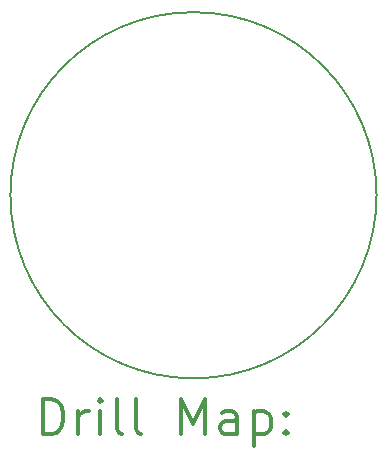
<source format=gbr>
%FSLAX45Y45*%
G04 Gerber Fmt 4.5, Leading zero omitted, Abs format (unit mm)*
G04 Created by KiCad (PCBNEW 5.1.6-c6e7f7d~87~ubuntu20.04.1) date 2020-09-03 11:24:02*
%MOMM*%
%LPD*%
G01*
G04 APERTURE LIST*
%TA.AperFunction,Profile*%
%ADD10C,0.200000*%
%TD*%
%ADD11C,0.200000*%
%ADD12C,0.300000*%
G04 APERTURE END LIST*
D10*
X11000000Y-5250000D02*
G75*
G03*
X11000000Y-5250000I-1550000J0D01*
G01*
D11*
D12*
X8176428Y-7275714D02*
X8176428Y-6975714D01*
X8247857Y-6975714D01*
X8290714Y-6990000D01*
X8319286Y-7018571D01*
X8333571Y-7047143D01*
X8347857Y-7104286D01*
X8347857Y-7147143D01*
X8333571Y-7204286D01*
X8319286Y-7232857D01*
X8290714Y-7261429D01*
X8247857Y-7275714D01*
X8176428Y-7275714D01*
X8476428Y-7275714D02*
X8476428Y-7075714D01*
X8476428Y-7132857D02*
X8490714Y-7104286D01*
X8505000Y-7090000D01*
X8533571Y-7075714D01*
X8562143Y-7075714D01*
X8662143Y-7275714D02*
X8662143Y-7075714D01*
X8662143Y-6975714D02*
X8647857Y-6990000D01*
X8662143Y-7004286D01*
X8676428Y-6990000D01*
X8662143Y-6975714D01*
X8662143Y-7004286D01*
X8847857Y-7275714D02*
X8819286Y-7261429D01*
X8805000Y-7232857D01*
X8805000Y-6975714D01*
X9005000Y-7275714D02*
X8976428Y-7261429D01*
X8962143Y-7232857D01*
X8962143Y-6975714D01*
X9347857Y-7275714D02*
X9347857Y-6975714D01*
X9447857Y-7190000D01*
X9547857Y-6975714D01*
X9547857Y-7275714D01*
X9819286Y-7275714D02*
X9819286Y-7118571D01*
X9805000Y-7090000D01*
X9776428Y-7075714D01*
X9719286Y-7075714D01*
X9690714Y-7090000D01*
X9819286Y-7261429D02*
X9790714Y-7275714D01*
X9719286Y-7275714D01*
X9690714Y-7261429D01*
X9676428Y-7232857D01*
X9676428Y-7204286D01*
X9690714Y-7175714D01*
X9719286Y-7161429D01*
X9790714Y-7161429D01*
X9819286Y-7147143D01*
X9962143Y-7075714D02*
X9962143Y-7375714D01*
X9962143Y-7090000D02*
X9990714Y-7075714D01*
X10047857Y-7075714D01*
X10076428Y-7090000D01*
X10090714Y-7104286D01*
X10105000Y-7132857D01*
X10105000Y-7218571D01*
X10090714Y-7247143D01*
X10076428Y-7261429D01*
X10047857Y-7275714D01*
X9990714Y-7275714D01*
X9962143Y-7261429D01*
X10233571Y-7247143D02*
X10247857Y-7261429D01*
X10233571Y-7275714D01*
X10219286Y-7261429D01*
X10233571Y-7247143D01*
X10233571Y-7275714D01*
X10233571Y-7090000D02*
X10247857Y-7104286D01*
X10233571Y-7118571D01*
X10219286Y-7104286D01*
X10233571Y-7090000D01*
X10233571Y-7118571D01*
M02*

</source>
